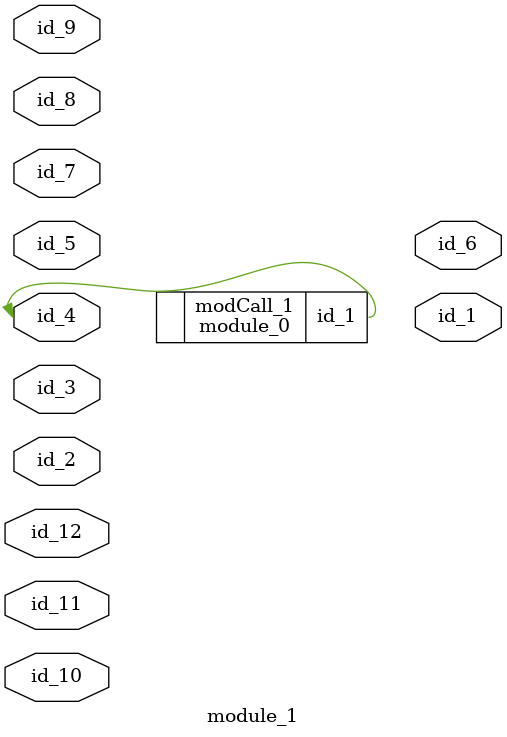
<source format=v>
module module_0 (
    id_1
);
  output wire id_1;
  wire id_2;
endmodule
module module_1 (
    id_1,
    id_2,
    id_3,
    id_4,
    id_5,
    id_6,
    id_7,
    id_8,
    id_9,
    id_10,
    id_11,
    id_12
);
  inout wire id_12;
  input wire id_11;
  inout wire id_10;
  input wire id_9;
  input wire id_8;
  inout wire id_7;
  output wire id_6;
  input wire id_5;
  inout wire id_4;
  input wire id_3;
  inout wire id_2;
  output wire id_1;
  module_0 modCall_1 (id_4);
endmodule

</source>
